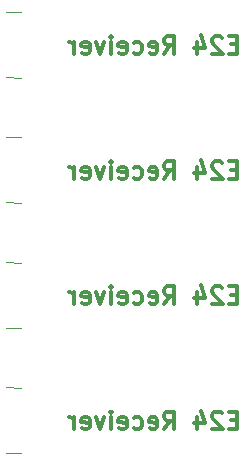
<source format=gbo>
G04 #@! TF.GenerationSoftware,KiCad,Pcbnew,8.0.7*
G04 #@! TF.CreationDate,2025-01-10T19:29:53-05:00*
G04 #@! TF.ProjectId,panel,70616e65-6c2e-46b6-9963-61645f706362,rev?*
G04 #@! TF.SameCoordinates,Original*
G04 #@! TF.FileFunction,Legend,Bot*
G04 #@! TF.FilePolarity,Positive*
%FSLAX46Y46*%
G04 Gerber Fmt 4.6, Leading zero omitted, Abs format (unit mm)*
G04 Created by KiCad (PCBNEW 8.0.7) date 2025-01-10 19:29:53*
%MOMM*%
%LPD*%
G01*
G04 APERTURE LIST*
%ADD10C,0.300000*%
%ADD11C,0.100000*%
G04 APERTURE END LIST*
D10*
X28725713Y-12275114D02*
X28225713Y-12275114D01*
X28011427Y-13060828D02*
X28725713Y-13060828D01*
X28725713Y-13060828D02*
X28725713Y-11560828D01*
X28725713Y-11560828D02*
X28011427Y-11560828D01*
X27439998Y-11703685D02*
X27368570Y-11632257D01*
X27368570Y-11632257D02*
X27225713Y-11560828D01*
X27225713Y-11560828D02*
X26868570Y-11560828D01*
X26868570Y-11560828D02*
X26725713Y-11632257D01*
X26725713Y-11632257D02*
X26654284Y-11703685D01*
X26654284Y-11703685D02*
X26582855Y-11846542D01*
X26582855Y-11846542D02*
X26582855Y-11989400D01*
X26582855Y-11989400D02*
X26654284Y-12203685D01*
X26654284Y-12203685D02*
X27511427Y-13060828D01*
X27511427Y-13060828D02*
X26582855Y-13060828D01*
X25297142Y-12060828D02*
X25297142Y-13060828D01*
X25654284Y-11489400D02*
X26011427Y-12560828D01*
X26011427Y-12560828D02*
X25082856Y-12560828D01*
X22511428Y-13060828D02*
X23011428Y-12346542D01*
X23368571Y-13060828D02*
X23368571Y-11560828D01*
X23368571Y-11560828D02*
X22797142Y-11560828D01*
X22797142Y-11560828D02*
X22654285Y-11632257D01*
X22654285Y-11632257D02*
X22582856Y-11703685D01*
X22582856Y-11703685D02*
X22511428Y-11846542D01*
X22511428Y-11846542D02*
X22511428Y-12060828D01*
X22511428Y-12060828D02*
X22582856Y-12203685D01*
X22582856Y-12203685D02*
X22654285Y-12275114D01*
X22654285Y-12275114D02*
X22797142Y-12346542D01*
X22797142Y-12346542D02*
X23368571Y-12346542D01*
X21297142Y-12989400D02*
X21439999Y-13060828D01*
X21439999Y-13060828D02*
X21725714Y-13060828D01*
X21725714Y-13060828D02*
X21868571Y-12989400D01*
X21868571Y-12989400D02*
X21939999Y-12846542D01*
X21939999Y-12846542D02*
X21939999Y-12275114D01*
X21939999Y-12275114D02*
X21868571Y-12132257D01*
X21868571Y-12132257D02*
X21725714Y-12060828D01*
X21725714Y-12060828D02*
X21439999Y-12060828D01*
X21439999Y-12060828D02*
X21297142Y-12132257D01*
X21297142Y-12132257D02*
X21225714Y-12275114D01*
X21225714Y-12275114D02*
X21225714Y-12417971D01*
X21225714Y-12417971D02*
X21939999Y-12560828D01*
X19940000Y-12989400D02*
X20082857Y-13060828D01*
X20082857Y-13060828D02*
X20368571Y-13060828D01*
X20368571Y-13060828D02*
X20511428Y-12989400D01*
X20511428Y-12989400D02*
X20582857Y-12917971D01*
X20582857Y-12917971D02*
X20654285Y-12775114D01*
X20654285Y-12775114D02*
X20654285Y-12346542D01*
X20654285Y-12346542D02*
X20582857Y-12203685D01*
X20582857Y-12203685D02*
X20511428Y-12132257D01*
X20511428Y-12132257D02*
X20368571Y-12060828D01*
X20368571Y-12060828D02*
X20082857Y-12060828D01*
X20082857Y-12060828D02*
X19940000Y-12132257D01*
X18725714Y-12989400D02*
X18868571Y-13060828D01*
X18868571Y-13060828D02*
X19154286Y-13060828D01*
X19154286Y-13060828D02*
X19297143Y-12989400D01*
X19297143Y-12989400D02*
X19368571Y-12846542D01*
X19368571Y-12846542D02*
X19368571Y-12275114D01*
X19368571Y-12275114D02*
X19297143Y-12132257D01*
X19297143Y-12132257D02*
X19154286Y-12060828D01*
X19154286Y-12060828D02*
X18868571Y-12060828D01*
X18868571Y-12060828D02*
X18725714Y-12132257D01*
X18725714Y-12132257D02*
X18654286Y-12275114D01*
X18654286Y-12275114D02*
X18654286Y-12417971D01*
X18654286Y-12417971D02*
X19368571Y-12560828D01*
X18011429Y-13060828D02*
X18011429Y-12060828D01*
X18011429Y-11560828D02*
X18082857Y-11632257D01*
X18082857Y-11632257D02*
X18011429Y-11703685D01*
X18011429Y-11703685D02*
X17940000Y-11632257D01*
X17940000Y-11632257D02*
X18011429Y-11560828D01*
X18011429Y-11560828D02*
X18011429Y-11703685D01*
X17440000Y-12060828D02*
X17082857Y-13060828D01*
X17082857Y-13060828D02*
X16725714Y-12060828D01*
X15582857Y-12989400D02*
X15725714Y-13060828D01*
X15725714Y-13060828D02*
X16011429Y-13060828D01*
X16011429Y-13060828D02*
X16154286Y-12989400D01*
X16154286Y-12989400D02*
X16225714Y-12846542D01*
X16225714Y-12846542D02*
X16225714Y-12275114D01*
X16225714Y-12275114D02*
X16154286Y-12132257D01*
X16154286Y-12132257D02*
X16011429Y-12060828D01*
X16011429Y-12060828D02*
X15725714Y-12060828D01*
X15725714Y-12060828D02*
X15582857Y-12132257D01*
X15582857Y-12132257D02*
X15511429Y-12275114D01*
X15511429Y-12275114D02*
X15511429Y-12417971D01*
X15511429Y-12417971D02*
X16225714Y-12560828D01*
X14868572Y-13060828D02*
X14868572Y-12060828D01*
X14868572Y-12346542D02*
X14797143Y-12203685D01*
X14797143Y-12203685D02*
X14725715Y-12132257D01*
X14725715Y-12132257D02*
X14582857Y-12060828D01*
X14582857Y-12060828D02*
X14440000Y-12060828D01*
X28725713Y-33475114D02*
X28225713Y-33475114D01*
X28011427Y-34260828D02*
X28725713Y-34260828D01*
X28725713Y-34260828D02*
X28725713Y-32760828D01*
X28725713Y-32760828D02*
X28011427Y-32760828D01*
X27439998Y-32903685D02*
X27368570Y-32832257D01*
X27368570Y-32832257D02*
X27225713Y-32760828D01*
X27225713Y-32760828D02*
X26868570Y-32760828D01*
X26868570Y-32760828D02*
X26725713Y-32832257D01*
X26725713Y-32832257D02*
X26654284Y-32903685D01*
X26654284Y-32903685D02*
X26582855Y-33046542D01*
X26582855Y-33046542D02*
X26582855Y-33189400D01*
X26582855Y-33189400D02*
X26654284Y-33403685D01*
X26654284Y-33403685D02*
X27511427Y-34260828D01*
X27511427Y-34260828D02*
X26582855Y-34260828D01*
X25297142Y-33260828D02*
X25297142Y-34260828D01*
X25654284Y-32689400D02*
X26011427Y-33760828D01*
X26011427Y-33760828D02*
X25082856Y-33760828D01*
X22511428Y-34260828D02*
X23011428Y-33546542D01*
X23368571Y-34260828D02*
X23368571Y-32760828D01*
X23368571Y-32760828D02*
X22797142Y-32760828D01*
X22797142Y-32760828D02*
X22654285Y-32832257D01*
X22654285Y-32832257D02*
X22582856Y-32903685D01*
X22582856Y-32903685D02*
X22511428Y-33046542D01*
X22511428Y-33046542D02*
X22511428Y-33260828D01*
X22511428Y-33260828D02*
X22582856Y-33403685D01*
X22582856Y-33403685D02*
X22654285Y-33475114D01*
X22654285Y-33475114D02*
X22797142Y-33546542D01*
X22797142Y-33546542D02*
X23368571Y-33546542D01*
X21297142Y-34189400D02*
X21439999Y-34260828D01*
X21439999Y-34260828D02*
X21725714Y-34260828D01*
X21725714Y-34260828D02*
X21868571Y-34189400D01*
X21868571Y-34189400D02*
X21939999Y-34046542D01*
X21939999Y-34046542D02*
X21939999Y-33475114D01*
X21939999Y-33475114D02*
X21868571Y-33332257D01*
X21868571Y-33332257D02*
X21725714Y-33260828D01*
X21725714Y-33260828D02*
X21439999Y-33260828D01*
X21439999Y-33260828D02*
X21297142Y-33332257D01*
X21297142Y-33332257D02*
X21225714Y-33475114D01*
X21225714Y-33475114D02*
X21225714Y-33617971D01*
X21225714Y-33617971D02*
X21939999Y-33760828D01*
X19940000Y-34189400D02*
X20082857Y-34260828D01*
X20082857Y-34260828D02*
X20368571Y-34260828D01*
X20368571Y-34260828D02*
X20511428Y-34189400D01*
X20511428Y-34189400D02*
X20582857Y-34117971D01*
X20582857Y-34117971D02*
X20654285Y-33975114D01*
X20654285Y-33975114D02*
X20654285Y-33546542D01*
X20654285Y-33546542D02*
X20582857Y-33403685D01*
X20582857Y-33403685D02*
X20511428Y-33332257D01*
X20511428Y-33332257D02*
X20368571Y-33260828D01*
X20368571Y-33260828D02*
X20082857Y-33260828D01*
X20082857Y-33260828D02*
X19940000Y-33332257D01*
X18725714Y-34189400D02*
X18868571Y-34260828D01*
X18868571Y-34260828D02*
X19154286Y-34260828D01*
X19154286Y-34260828D02*
X19297143Y-34189400D01*
X19297143Y-34189400D02*
X19368571Y-34046542D01*
X19368571Y-34046542D02*
X19368571Y-33475114D01*
X19368571Y-33475114D02*
X19297143Y-33332257D01*
X19297143Y-33332257D02*
X19154286Y-33260828D01*
X19154286Y-33260828D02*
X18868571Y-33260828D01*
X18868571Y-33260828D02*
X18725714Y-33332257D01*
X18725714Y-33332257D02*
X18654286Y-33475114D01*
X18654286Y-33475114D02*
X18654286Y-33617971D01*
X18654286Y-33617971D02*
X19368571Y-33760828D01*
X18011429Y-34260828D02*
X18011429Y-33260828D01*
X18011429Y-32760828D02*
X18082857Y-32832257D01*
X18082857Y-32832257D02*
X18011429Y-32903685D01*
X18011429Y-32903685D02*
X17940000Y-32832257D01*
X17940000Y-32832257D02*
X18011429Y-32760828D01*
X18011429Y-32760828D02*
X18011429Y-32903685D01*
X17440000Y-33260828D02*
X17082857Y-34260828D01*
X17082857Y-34260828D02*
X16725714Y-33260828D01*
X15582857Y-34189400D02*
X15725714Y-34260828D01*
X15725714Y-34260828D02*
X16011429Y-34260828D01*
X16011429Y-34260828D02*
X16154286Y-34189400D01*
X16154286Y-34189400D02*
X16225714Y-34046542D01*
X16225714Y-34046542D02*
X16225714Y-33475114D01*
X16225714Y-33475114D02*
X16154286Y-33332257D01*
X16154286Y-33332257D02*
X16011429Y-33260828D01*
X16011429Y-33260828D02*
X15725714Y-33260828D01*
X15725714Y-33260828D02*
X15582857Y-33332257D01*
X15582857Y-33332257D02*
X15511429Y-33475114D01*
X15511429Y-33475114D02*
X15511429Y-33617971D01*
X15511429Y-33617971D02*
X16225714Y-33760828D01*
X14868572Y-34260828D02*
X14868572Y-33260828D01*
X14868572Y-33546542D02*
X14797143Y-33403685D01*
X14797143Y-33403685D02*
X14725715Y-33332257D01*
X14725715Y-33332257D02*
X14582857Y-33260828D01*
X14582857Y-33260828D02*
X14440000Y-33260828D01*
X28725713Y-44075114D02*
X28225713Y-44075114D01*
X28011427Y-44860828D02*
X28725713Y-44860828D01*
X28725713Y-44860828D02*
X28725713Y-43360828D01*
X28725713Y-43360828D02*
X28011427Y-43360828D01*
X27439998Y-43503685D02*
X27368570Y-43432257D01*
X27368570Y-43432257D02*
X27225713Y-43360828D01*
X27225713Y-43360828D02*
X26868570Y-43360828D01*
X26868570Y-43360828D02*
X26725713Y-43432257D01*
X26725713Y-43432257D02*
X26654284Y-43503685D01*
X26654284Y-43503685D02*
X26582855Y-43646542D01*
X26582855Y-43646542D02*
X26582855Y-43789400D01*
X26582855Y-43789400D02*
X26654284Y-44003685D01*
X26654284Y-44003685D02*
X27511427Y-44860828D01*
X27511427Y-44860828D02*
X26582855Y-44860828D01*
X25297142Y-43860828D02*
X25297142Y-44860828D01*
X25654284Y-43289400D02*
X26011427Y-44360828D01*
X26011427Y-44360828D02*
X25082856Y-44360828D01*
X22511428Y-44860828D02*
X23011428Y-44146542D01*
X23368571Y-44860828D02*
X23368571Y-43360828D01*
X23368571Y-43360828D02*
X22797142Y-43360828D01*
X22797142Y-43360828D02*
X22654285Y-43432257D01*
X22654285Y-43432257D02*
X22582856Y-43503685D01*
X22582856Y-43503685D02*
X22511428Y-43646542D01*
X22511428Y-43646542D02*
X22511428Y-43860828D01*
X22511428Y-43860828D02*
X22582856Y-44003685D01*
X22582856Y-44003685D02*
X22654285Y-44075114D01*
X22654285Y-44075114D02*
X22797142Y-44146542D01*
X22797142Y-44146542D02*
X23368571Y-44146542D01*
X21297142Y-44789400D02*
X21439999Y-44860828D01*
X21439999Y-44860828D02*
X21725714Y-44860828D01*
X21725714Y-44860828D02*
X21868571Y-44789400D01*
X21868571Y-44789400D02*
X21939999Y-44646542D01*
X21939999Y-44646542D02*
X21939999Y-44075114D01*
X21939999Y-44075114D02*
X21868571Y-43932257D01*
X21868571Y-43932257D02*
X21725714Y-43860828D01*
X21725714Y-43860828D02*
X21439999Y-43860828D01*
X21439999Y-43860828D02*
X21297142Y-43932257D01*
X21297142Y-43932257D02*
X21225714Y-44075114D01*
X21225714Y-44075114D02*
X21225714Y-44217971D01*
X21225714Y-44217971D02*
X21939999Y-44360828D01*
X19940000Y-44789400D02*
X20082857Y-44860828D01*
X20082857Y-44860828D02*
X20368571Y-44860828D01*
X20368571Y-44860828D02*
X20511428Y-44789400D01*
X20511428Y-44789400D02*
X20582857Y-44717971D01*
X20582857Y-44717971D02*
X20654285Y-44575114D01*
X20654285Y-44575114D02*
X20654285Y-44146542D01*
X20654285Y-44146542D02*
X20582857Y-44003685D01*
X20582857Y-44003685D02*
X20511428Y-43932257D01*
X20511428Y-43932257D02*
X20368571Y-43860828D01*
X20368571Y-43860828D02*
X20082857Y-43860828D01*
X20082857Y-43860828D02*
X19940000Y-43932257D01*
X18725714Y-44789400D02*
X18868571Y-44860828D01*
X18868571Y-44860828D02*
X19154286Y-44860828D01*
X19154286Y-44860828D02*
X19297143Y-44789400D01*
X19297143Y-44789400D02*
X19368571Y-44646542D01*
X19368571Y-44646542D02*
X19368571Y-44075114D01*
X19368571Y-44075114D02*
X19297143Y-43932257D01*
X19297143Y-43932257D02*
X19154286Y-43860828D01*
X19154286Y-43860828D02*
X18868571Y-43860828D01*
X18868571Y-43860828D02*
X18725714Y-43932257D01*
X18725714Y-43932257D02*
X18654286Y-44075114D01*
X18654286Y-44075114D02*
X18654286Y-44217971D01*
X18654286Y-44217971D02*
X19368571Y-44360828D01*
X18011429Y-44860828D02*
X18011429Y-43860828D01*
X18011429Y-43360828D02*
X18082857Y-43432257D01*
X18082857Y-43432257D02*
X18011429Y-43503685D01*
X18011429Y-43503685D02*
X17940000Y-43432257D01*
X17940000Y-43432257D02*
X18011429Y-43360828D01*
X18011429Y-43360828D02*
X18011429Y-43503685D01*
X17440000Y-43860828D02*
X17082857Y-44860828D01*
X17082857Y-44860828D02*
X16725714Y-43860828D01*
X15582857Y-44789400D02*
X15725714Y-44860828D01*
X15725714Y-44860828D02*
X16011429Y-44860828D01*
X16011429Y-44860828D02*
X16154286Y-44789400D01*
X16154286Y-44789400D02*
X16225714Y-44646542D01*
X16225714Y-44646542D02*
X16225714Y-44075114D01*
X16225714Y-44075114D02*
X16154286Y-43932257D01*
X16154286Y-43932257D02*
X16011429Y-43860828D01*
X16011429Y-43860828D02*
X15725714Y-43860828D01*
X15725714Y-43860828D02*
X15582857Y-43932257D01*
X15582857Y-43932257D02*
X15511429Y-44075114D01*
X15511429Y-44075114D02*
X15511429Y-44217971D01*
X15511429Y-44217971D02*
X16225714Y-44360828D01*
X14868572Y-44860828D02*
X14868572Y-43860828D01*
X14868572Y-44146542D02*
X14797143Y-44003685D01*
X14797143Y-44003685D02*
X14725715Y-43932257D01*
X14725715Y-43932257D02*
X14582857Y-43860828D01*
X14582857Y-43860828D02*
X14440000Y-43860828D01*
X28725713Y-22875114D02*
X28225713Y-22875114D01*
X28011427Y-23660828D02*
X28725713Y-23660828D01*
X28725713Y-23660828D02*
X28725713Y-22160828D01*
X28725713Y-22160828D02*
X28011427Y-22160828D01*
X27439998Y-22303685D02*
X27368570Y-22232257D01*
X27368570Y-22232257D02*
X27225713Y-22160828D01*
X27225713Y-22160828D02*
X26868570Y-22160828D01*
X26868570Y-22160828D02*
X26725713Y-22232257D01*
X26725713Y-22232257D02*
X26654284Y-22303685D01*
X26654284Y-22303685D02*
X26582855Y-22446542D01*
X26582855Y-22446542D02*
X26582855Y-22589400D01*
X26582855Y-22589400D02*
X26654284Y-22803685D01*
X26654284Y-22803685D02*
X27511427Y-23660828D01*
X27511427Y-23660828D02*
X26582855Y-23660828D01*
X25297142Y-22660828D02*
X25297142Y-23660828D01*
X25654284Y-22089400D02*
X26011427Y-23160828D01*
X26011427Y-23160828D02*
X25082856Y-23160828D01*
X22511428Y-23660828D02*
X23011428Y-22946542D01*
X23368571Y-23660828D02*
X23368571Y-22160828D01*
X23368571Y-22160828D02*
X22797142Y-22160828D01*
X22797142Y-22160828D02*
X22654285Y-22232257D01*
X22654285Y-22232257D02*
X22582856Y-22303685D01*
X22582856Y-22303685D02*
X22511428Y-22446542D01*
X22511428Y-22446542D02*
X22511428Y-22660828D01*
X22511428Y-22660828D02*
X22582856Y-22803685D01*
X22582856Y-22803685D02*
X22654285Y-22875114D01*
X22654285Y-22875114D02*
X22797142Y-22946542D01*
X22797142Y-22946542D02*
X23368571Y-22946542D01*
X21297142Y-23589400D02*
X21439999Y-23660828D01*
X21439999Y-23660828D02*
X21725714Y-23660828D01*
X21725714Y-23660828D02*
X21868571Y-23589400D01*
X21868571Y-23589400D02*
X21939999Y-23446542D01*
X21939999Y-23446542D02*
X21939999Y-22875114D01*
X21939999Y-22875114D02*
X21868571Y-22732257D01*
X21868571Y-22732257D02*
X21725714Y-22660828D01*
X21725714Y-22660828D02*
X21439999Y-22660828D01*
X21439999Y-22660828D02*
X21297142Y-22732257D01*
X21297142Y-22732257D02*
X21225714Y-22875114D01*
X21225714Y-22875114D02*
X21225714Y-23017971D01*
X21225714Y-23017971D02*
X21939999Y-23160828D01*
X19940000Y-23589400D02*
X20082857Y-23660828D01*
X20082857Y-23660828D02*
X20368571Y-23660828D01*
X20368571Y-23660828D02*
X20511428Y-23589400D01*
X20511428Y-23589400D02*
X20582857Y-23517971D01*
X20582857Y-23517971D02*
X20654285Y-23375114D01*
X20654285Y-23375114D02*
X20654285Y-22946542D01*
X20654285Y-22946542D02*
X20582857Y-22803685D01*
X20582857Y-22803685D02*
X20511428Y-22732257D01*
X20511428Y-22732257D02*
X20368571Y-22660828D01*
X20368571Y-22660828D02*
X20082857Y-22660828D01*
X20082857Y-22660828D02*
X19940000Y-22732257D01*
X18725714Y-23589400D02*
X18868571Y-23660828D01*
X18868571Y-23660828D02*
X19154286Y-23660828D01*
X19154286Y-23660828D02*
X19297143Y-23589400D01*
X19297143Y-23589400D02*
X19368571Y-23446542D01*
X19368571Y-23446542D02*
X19368571Y-22875114D01*
X19368571Y-22875114D02*
X19297143Y-22732257D01*
X19297143Y-22732257D02*
X19154286Y-22660828D01*
X19154286Y-22660828D02*
X18868571Y-22660828D01*
X18868571Y-22660828D02*
X18725714Y-22732257D01*
X18725714Y-22732257D02*
X18654286Y-22875114D01*
X18654286Y-22875114D02*
X18654286Y-23017971D01*
X18654286Y-23017971D02*
X19368571Y-23160828D01*
X18011429Y-23660828D02*
X18011429Y-22660828D01*
X18011429Y-22160828D02*
X18082857Y-22232257D01*
X18082857Y-22232257D02*
X18011429Y-22303685D01*
X18011429Y-22303685D02*
X17940000Y-22232257D01*
X17940000Y-22232257D02*
X18011429Y-22160828D01*
X18011429Y-22160828D02*
X18011429Y-22303685D01*
X17440000Y-22660828D02*
X17082857Y-23660828D01*
X17082857Y-23660828D02*
X16725714Y-22660828D01*
X15582857Y-23589400D02*
X15725714Y-23660828D01*
X15725714Y-23660828D02*
X16011429Y-23660828D01*
X16011429Y-23660828D02*
X16154286Y-23589400D01*
X16154286Y-23589400D02*
X16225714Y-23446542D01*
X16225714Y-23446542D02*
X16225714Y-22875114D01*
X16225714Y-22875114D02*
X16154286Y-22732257D01*
X16154286Y-22732257D02*
X16011429Y-22660828D01*
X16011429Y-22660828D02*
X15725714Y-22660828D01*
X15725714Y-22660828D02*
X15582857Y-22732257D01*
X15582857Y-22732257D02*
X15511429Y-22875114D01*
X15511429Y-22875114D02*
X15511429Y-23017971D01*
X15511429Y-23017971D02*
X16225714Y-23160828D01*
X14868572Y-23660828D02*
X14868572Y-22660828D01*
X14868572Y-22946542D02*
X14797143Y-22803685D01*
X14797143Y-22803685D02*
X14725715Y-22732257D01*
X14725715Y-22732257D02*
X14582857Y-22660828D01*
X14582857Y-22660828D02*
X14440000Y-22660828D01*
D11*
G04 #@! TO.C,J1*
X9170000Y-30700000D02*
X10430000Y-30745000D01*
X9170000Y-36255000D02*
X10430000Y-36300000D01*
X9170000Y-41300000D02*
X10430000Y-41345000D01*
X9170000Y-46855000D02*
X10430000Y-46900000D01*
X9170000Y-9500000D02*
X10430000Y-9545000D01*
X9170000Y-15055000D02*
X10430000Y-15100000D01*
X9170000Y-20100000D02*
X10430000Y-20145000D01*
X9170000Y-25655000D02*
X10430000Y-25700000D01*
G04 #@! TD*
M02*

</source>
